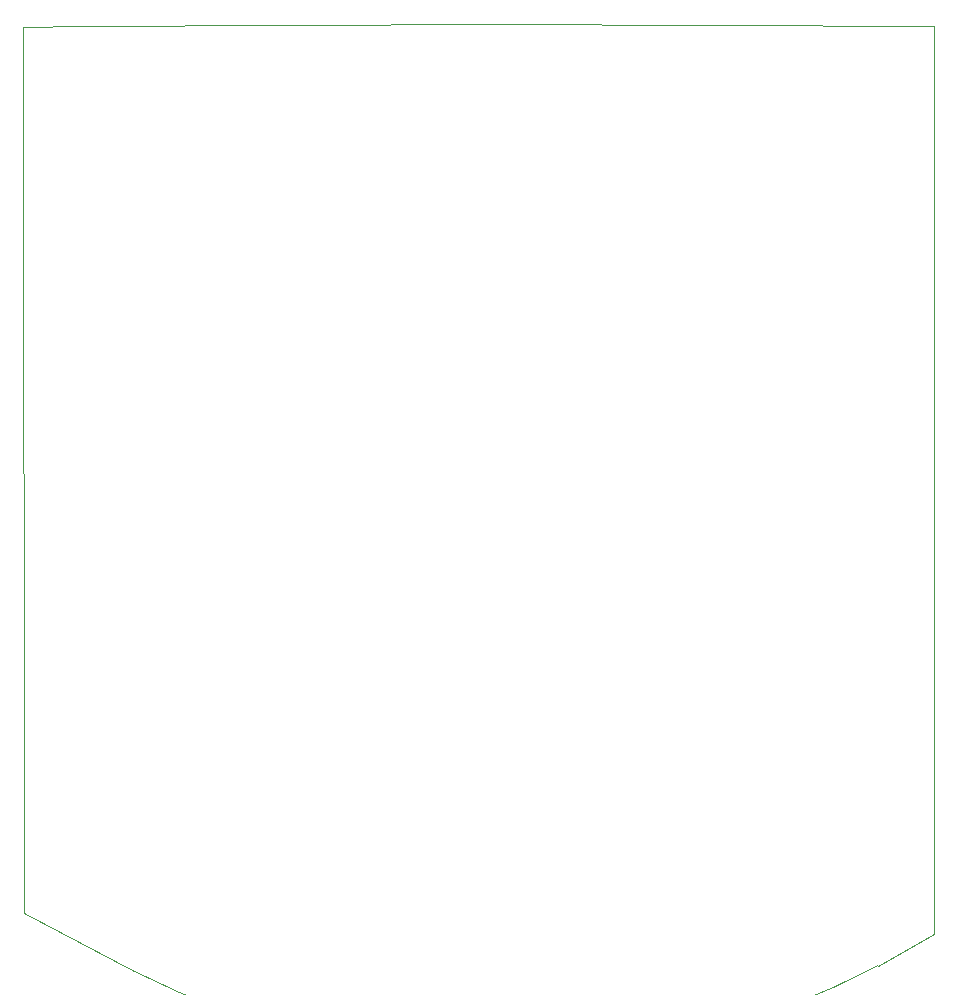
<source format=gbr>
%TF.GenerationSoftware,KiCad,Pcbnew,9.0.2*%
%TF.CreationDate,2025-07-10T09:42:35-04:00*%
%TF.ProjectId,hackpad,6861636b-7061-4642-9e6b-696361645f70,rev?*%
%TF.SameCoordinates,Original*%
%TF.FileFunction,Profile,NP*%
%FSLAX46Y46*%
G04 Gerber Fmt 4.6, Leading zero omitted, Abs format (unit mm)*
G04 Created by KiCad (PCBNEW 9.0.2) date 2025-07-10 09:42:35*
%MOMM*%
%LPD*%
G01*
G04 APERTURE LIST*
%TA.AperFunction,Profile*%
%ADD10C,0.050000*%
%TD*%
G04 APERTURE END LIST*
D10*
X207420000Y-108520000D02*
X212160000Y-105840000D01*
X207420000Y-108520000D02*
G75*
G02*
X144446704Y-108959932I-31910000J60380000D01*
G01*
X135070000Y-29010000D02*
X135110000Y-104030000D01*
X139960000Y-28970000D02*
X135070000Y-29010000D01*
X212160000Y-105840000D02*
X212190000Y-28950000D01*
X174800000Y-28799000D02*
X139960000Y-28970000D01*
X135110000Y-104030000D02*
X144446704Y-108959932D01*
X212190000Y-28950000D02*
X174800000Y-28799000D01*
M02*

</source>
